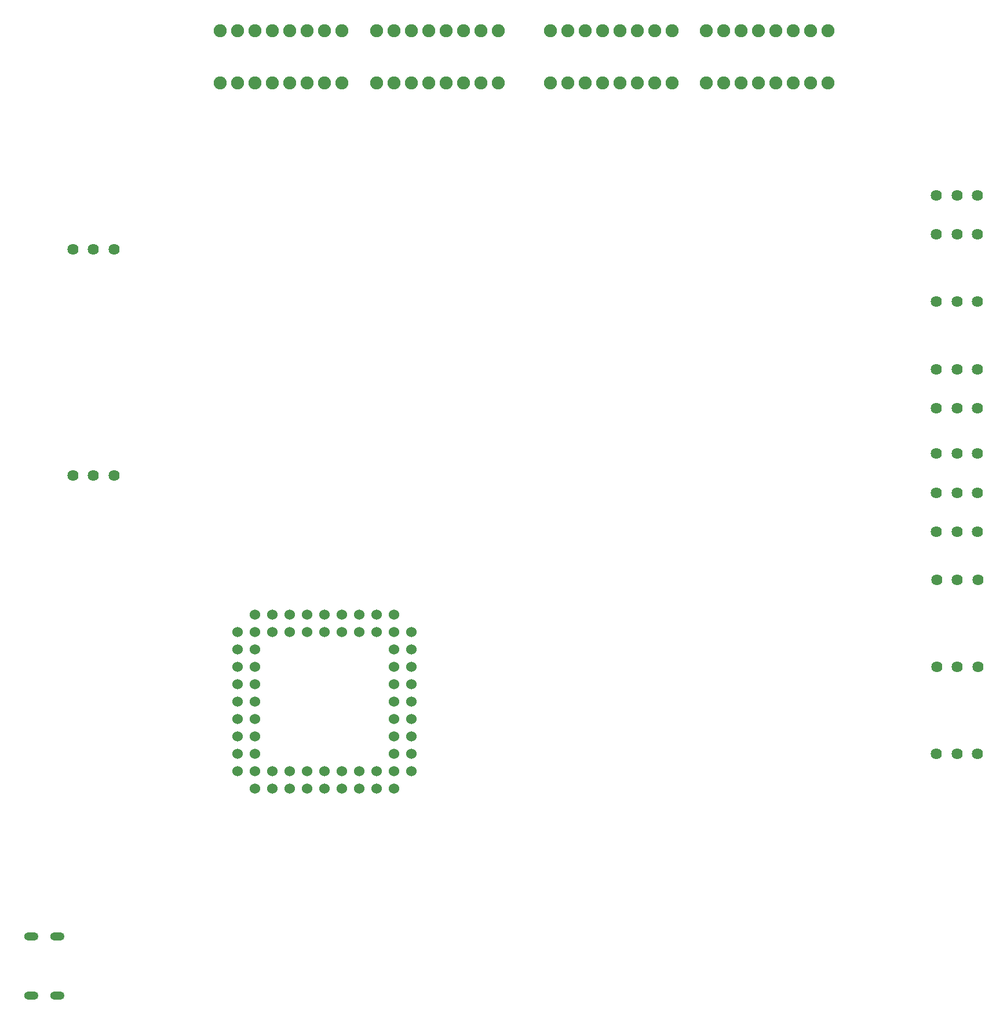
<source format=gbs>
G04 Layer: BottomSolderMaskLayer*
G04 EasyEDA v6.5.29, 2023-07-24 16:36:01*
G04 a67172d6d4c449c092c22cdc1d0531fc,5a6b42c53f6a479593ecc07194224c93,10*
G04 Gerber Generator version 0.2*
G04 Scale: 100 percent, Rotated: No, Reflected: No *
G04 Dimensions in millimeters *
G04 leading zeros omitted , absolute positions ,4 integer and 5 decimal *
%FSLAX45Y45*%
%MOMM*%

%ADD10O,2.1015960000000002X1.2015978000000003*%
%ADD11C,1.9016*%
%ADD12C,1.5240*%
%ADD13C,1.6256*%

%LPD*%
D10*
G01*
X-2637345Y-3276805D03*
G01*
X-2637345Y-2412799D03*
G01*
X-3017354Y-2412799D03*
G01*
X-3017354Y-3276805D03*
D11*
G01*
X1523987Y10045697D03*
G01*
X1269987Y10045697D03*
G01*
X1015987Y10045697D03*
G01*
X761987Y10045697D03*
G01*
X507987Y10045697D03*
G01*
X253987Y10045697D03*
G01*
X-12Y10045697D03*
G01*
X-254012Y10045697D03*
G01*
X1523987Y10807697D03*
G01*
X1269987Y10807697D03*
G01*
X1015987Y10807697D03*
G01*
X761987Y10807697D03*
G01*
X507987Y10807697D03*
G01*
X253987Y10807697D03*
G01*
X-12Y10807697D03*
G01*
X-254012Y10807697D03*
G01*
X3809987Y10045697D03*
G01*
X3555987Y10045697D03*
G01*
X3301987Y10045697D03*
G01*
X3047987Y10045697D03*
G01*
X2793987Y10045697D03*
G01*
X2539987Y10045697D03*
G01*
X2285987Y10045697D03*
G01*
X2031987Y10045697D03*
G01*
X3809987Y10807697D03*
G01*
X3555987Y10807697D03*
G01*
X3301987Y10807697D03*
G01*
X3047987Y10807697D03*
G01*
X2793987Y10807697D03*
G01*
X2539987Y10807697D03*
G01*
X2285987Y10807697D03*
G01*
X2031987Y10807697D03*
G01*
X6349961Y10046459D03*
G01*
X6095961Y10046459D03*
G01*
X5841961Y10046459D03*
G01*
X5587961Y10046459D03*
G01*
X5333961Y10046459D03*
G01*
X5079961Y10046459D03*
G01*
X4825961Y10046459D03*
G01*
X4571961Y10046459D03*
G01*
X6349961Y10808459D03*
G01*
X6095961Y10808459D03*
G01*
X5841961Y10808459D03*
G01*
X5587961Y10808459D03*
G01*
X5333961Y10808459D03*
G01*
X5079961Y10808459D03*
G01*
X4825961Y10808459D03*
G01*
X4571961Y10808459D03*
G01*
X8623261Y10046459D03*
G01*
X8369261Y10046459D03*
G01*
X8115261Y10046459D03*
G01*
X7861261Y10046459D03*
G01*
X7607261Y10046459D03*
G01*
X7353261Y10046459D03*
G01*
X7099261Y10046459D03*
G01*
X6845261Y10046459D03*
G01*
X8623261Y10808459D03*
G01*
X8369261Y10808459D03*
G01*
X8115261Y10808459D03*
G01*
X7861261Y10808459D03*
G01*
X7607261Y10808459D03*
G01*
X7353261Y10808459D03*
G01*
X7099261Y10808459D03*
G01*
X6845261Y10808459D03*
D12*
G01*
X254012Y-254002D03*
G01*
X508012Y-254002D03*
G01*
X762012Y-254002D03*
G01*
X1016012Y-254002D03*
G01*
X1270012Y-254002D03*
G01*
X1524012Y-254002D03*
G01*
X1778012Y-254002D03*
G01*
X2032012Y-254002D03*
G01*
X2286012Y-254002D03*
G01*
X12Y-2D03*
G01*
X12Y253997D03*
G01*
X12Y507997D03*
G01*
X12Y761997D03*
G01*
X12Y1015997D03*
G01*
X12Y1269997D03*
G01*
X12Y1523997D03*
G01*
X12Y1777997D03*
G01*
X12Y2031997D03*
G01*
X254012Y2285997D03*
G01*
X508012Y2285997D03*
G01*
X762012Y2285997D03*
G01*
X1016012Y2285997D03*
G01*
X1270012Y2285997D03*
G01*
X1524012Y2285997D03*
G01*
X1778012Y2285997D03*
G01*
X2032012Y2285997D03*
G01*
X2286012Y2285997D03*
G01*
X2540012Y2031997D03*
G01*
X2540012Y1777997D03*
G01*
X2540012Y1523997D03*
G01*
X2540012Y1269997D03*
G01*
X2540012Y1015997D03*
G01*
X2540012Y761997D03*
G01*
X2540012Y507997D03*
G01*
X2540012Y253997D03*
G01*
X2540012Y-2D03*
G01*
X254012Y2031997D03*
G01*
X508012Y2031997D03*
G01*
X762012Y2031997D03*
G01*
X1016012Y2031997D03*
G01*
X1270012Y2031997D03*
G01*
X1524012Y2031997D03*
G01*
X1778012Y2031997D03*
G01*
X2032012Y2031997D03*
G01*
X2286012Y2031997D03*
G01*
X254012Y1777997D03*
G01*
X254012Y1523997D03*
G01*
X254012Y1269997D03*
G01*
X254012Y1015997D03*
G01*
X254012Y761997D03*
G01*
X254012Y507997D03*
G01*
X254012Y253997D03*
G01*
X254012Y-2D03*
G01*
X508012Y-2D03*
G01*
X762012Y-2D03*
G01*
X1016012Y-2D03*
G01*
X1270012Y-2D03*
G01*
X1524012Y-2D03*
G01*
X1778012Y-2D03*
G01*
X2032012Y-2D03*
G01*
X2286012Y-2D03*
G01*
X2286012Y253997D03*
G01*
X2286012Y507997D03*
G01*
X2286012Y761997D03*
G01*
X2286012Y1015997D03*
G01*
X2286012Y1269997D03*
G01*
X2286012Y1523997D03*
G01*
X2286012Y1777997D03*
D13*
G01*
X10210787Y5867397D03*
G01*
X10810786Y5867397D03*
G01*
X10510786Y5867397D03*
G01*
X10510786Y5295897D03*
G01*
X10810786Y5295897D03*
G01*
X10210787Y5295897D03*
G01*
X10510786Y6857997D03*
G01*
X10810786Y6857997D03*
G01*
X10210787Y6857997D03*
G01*
X10210787Y7835897D03*
G01*
X10810786Y7835897D03*
G01*
X10510786Y7835897D03*
G01*
X10510786Y8407397D03*
G01*
X10810786Y8407397D03*
G01*
X10210787Y8407397D03*
G01*
X10210787Y4063997D03*
G01*
X10810786Y4063997D03*
G01*
X10510786Y4063997D03*
G01*
X10510786Y4635497D03*
G01*
X10810786Y4635497D03*
G01*
X10210787Y4635497D03*
G01*
X10510786Y3492497D03*
G01*
X10810786Y3492497D03*
G01*
X10210787Y3492497D03*
G01*
X-2408212Y7619997D03*
G01*
X-1808213Y7619997D03*
G01*
X-2108212Y7619997D03*
G01*
X10215587Y2793997D03*
G01*
X10815586Y2793997D03*
G01*
X10515587Y2793997D03*
G01*
X-2108212Y4317997D03*
G01*
X-1808213Y4317997D03*
G01*
X-2408212Y4317997D03*
G01*
X10515587Y1523997D03*
G01*
X10815586Y1523997D03*
G01*
X10215587Y1523997D03*
G01*
X10210787Y253997D03*
G01*
X10810786Y253997D03*
G01*
X10510786Y253997D03*
M02*

</source>
